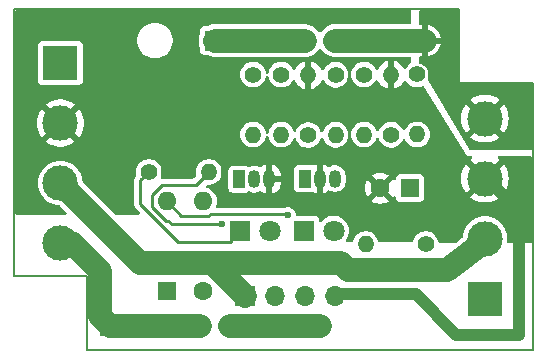
<source format=gbl>
G04 #@! TF.GenerationSoftware,KiCad,Pcbnew,7.0.1-3b83917a11~172~ubuntu20.04.1*
G04 #@! TF.CreationDate,2023-03-26T00:43:28+01:00*
G04 #@! TF.ProjectId,C64Saver2,43363453-6176-4657-9232-2e6b69636164,rev?*
G04 #@! TF.SameCoordinates,Original*
G04 #@! TF.FileFunction,Copper,L2,Bot*
G04 #@! TF.FilePolarity,Positive*
%FSLAX46Y46*%
G04 Gerber Fmt 4.6, Leading zero omitted, Abs format (unit mm)*
G04 Created by KiCad (PCBNEW 7.0.1-3b83917a11~172~ubuntu20.04.1) date 2023-03-26 00:43:28*
%MOMM*%
%LPD*%
G01*
G04 APERTURE LIST*
G04 #@! TA.AperFunction,ComponentPad*
%ADD10R,1.600000X1.600000*%
G04 #@! TD*
G04 #@! TA.AperFunction,ComponentPad*
%ADD11O,1.600000X1.600000*%
G04 #@! TD*
G04 #@! TA.AperFunction,ComponentPad*
%ADD12R,1.050000X1.500000*%
G04 #@! TD*
G04 #@! TA.AperFunction,ComponentPad*
%ADD13O,1.050000X1.500000*%
G04 #@! TD*
G04 #@! TA.AperFunction,ComponentPad*
%ADD14C,1.400000*%
G04 #@! TD*
G04 #@! TA.AperFunction,ComponentPad*
%ADD15O,1.400000X1.400000*%
G04 #@! TD*
G04 #@! TA.AperFunction,ComponentPad*
%ADD16C,1.600000*%
G04 #@! TD*
G04 #@! TA.AperFunction,ComponentPad*
%ADD17C,3.000000*%
G04 #@! TD*
G04 #@! TA.AperFunction,ComponentPad*
%ADD18R,3.000000X3.000000*%
G04 #@! TD*
G04 #@! TA.AperFunction,ComponentPad*
%ADD19O,1.700000X1.700000*%
G04 #@! TD*
G04 #@! TA.AperFunction,ComponentPad*
%ADD20R,1.700000X1.700000*%
G04 #@! TD*
G04 #@! TA.AperFunction,ComponentPad*
%ADD21C,1.800000*%
G04 #@! TD*
G04 #@! TA.AperFunction,ComponentPad*
%ADD22R,1.800000X1.800000*%
G04 #@! TD*
G04 #@! TA.AperFunction,ViaPad*
%ADD23C,0.600000*%
G04 #@! TD*
G04 #@! TA.AperFunction,Conductor*
%ADD24C,1.000000*%
G04 #@! TD*
G04 #@! TA.AperFunction,Conductor*
%ADD25C,2.000000*%
G04 #@! TD*
G04 #@! TA.AperFunction,Conductor*
%ADD26C,0.254000*%
G04 #@! TD*
G04 #@! TA.AperFunction,Profile*
%ADD27C,0.150000*%
G04 #@! TD*
G04 APERTURE END LIST*
D10*
X153416000Y-107569000D03*
D11*
X153416000Y-99949000D03*
D12*
X165100000Y-98044000D03*
D13*
X166370000Y-98044000D03*
X167640000Y-98044000D03*
D14*
X160705800Y-89245600D03*
D15*
X160705800Y-94325600D03*
D14*
X167690800Y-89255600D03*
D15*
X167690800Y-94335600D03*
D14*
X163093400Y-89245600D03*
D15*
X163093400Y-94325600D03*
D14*
X170103800Y-89245600D03*
D15*
X170103800Y-94325600D03*
D16*
X156464000Y-107569000D03*
D11*
X156464000Y-99949000D03*
D15*
X165379400Y-89281000D03*
D14*
X165379400Y-94361000D03*
D15*
X174599600Y-94310200D03*
D14*
X174599600Y-89230200D03*
D15*
X172389800Y-89255600D03*
D14*
X172389800Y-94335600D03*
D17*
X144399000Y-103505000D03*
X144399000Y-98425000D03*
X144399000Y-93345000D03*
D18*
X144399000Y-88265000D03*
D17*
X180340000Y-92964000D03*
X180340000Y-98044000D03*
X180340000Y-103124000D03*
D18*
X180340000Y-108204000D03*
D16*
X171470000Y-98856800D03*
D10*
X173970000Y-98856800D03*
D19*
X175260000Y-86360000D03*
X172720000Y-86360000D03*
X170180000Y-86360000D03*
X167640000Y-86360000D03*
X165100000Y-86360000D03*
X162560000Y-86360000D03*
X160020000Y-86360000D03*
D20*
X157480000Y-86360000D03*
D19*
X166370000Y-110490000D03*
X163830000Y-110490000D03*
X161290000Y-110490000D03*
X158750000Y-110490000D03*
X156210000Y-110490000D03*
X153670000Y-110490000D03*
X151130000Y-110490000D03*
D20*
X148590000Y-110490000D03*
D19*
X167640000Y-107950000D03*
X165100000Y-107950000D03*
X162560000Y-107950000D03*
D20*
X160020000Y-107950000D03*
D13*
X162072000Y-98094800D03*
X160802000Y-98094800D03*
D12*
X159532000Y-98094800D03*
D21*
X167538400Y-102463600D03*
D22*
X164998400Y-102463600D03*
D15*
X156946600Y-97485200D03*
D14*
X151866600Y-97485200D03*
D21*
X162153600Y-102463600D03*
D22*
X159613600Y-102463600D03*
D15*
X170230800Y-103581200D03*
D14*
X175310800Y-103581200D03*
D23*
X163646451Y-101169716D03*
X158046218Y-101912218D03*
D24*
X167640000Y-107950000D02*
X167777380Y-107812620D01*
X183261000Y-111252000D02*
X183261000Y-99949000D01*
X167777380Y-107812620D02*
X174487620Y-107812620D01*
X174487620Y-107812620D02*
X177927000Y-111252000D01*
X177927000Y-111252000D02*
X183261000Y-111252000D01*
X183261000Y-99949000D02*
X183007000Y-99695000D01*
X183007000Y-99695000D02*
X182245000Y-99695000D01*
X182245000Y-99695000D02*
X180340000Y-98044000D01*
D25*
X180594000Y-103124000D02*
X177165000Y-105800000D01*
X177165000Y-105800000D02*
X168741986Y-105800000D01*
X168741986Y-105800000D02*
X168117987Y-105176001D01*
X168117987Y-105176001D02*
X151150001Y-105176001D01*
D26*
X154326990Y-103378000D02*
X158750000Y-103378000D01*
X151166600Y-100217610D02*
X154326990Y-103378000D01*
X151166600Y-98185200D02*
X151166600Y-100217610D01*
X155879800Y-98552000D02*
X156946600Y-97485200D01*
X153035000Y-98552000D02*
X155879800Y-98552000D01*
X151866600Y-97485200D02*
X151166600Y-98185200D01*
X152146000Y-99441000D02*
X153035000Y-98552000D01*
X152146000Y-100414241D02*
X152146000Y-99441000D01*
X153331759Y-101600000D02*
X152146000Y-100414241D01*
X153543000Y-101600000D02*
X153331759Y-101600000D01*
X153855218Y-101912218D02*
X153543000Y-101600000D01*
X158046218Y-101912218D02*
X153855218Y-101912218D01*
X154643000Y-101176000D02*
X153416000Y-99949000D01*
X157101742Y-101046499D02*
X156972241Y-101176000D01*
X163646451Y-101169716D02*
X163523234Y-101046499D01*
X156972241Y-101176000D02*
X154643000Y-101176000D01*
X163523234Y-101046499D02*
X157101742Y-101046499D01*
D25*
X165100000Y-86360000D02*
X157480000Y-86360000D01*
X175260000Y-86360000D02*
X172720000Y-86360000D01*
X172720000Y-86360000D02*
X170180000Y-86360000D01*
X170180000Y-86360000D02*
X167640000Y-86360000D01*
X163830000Y-110490000D02*
X161290000Y-110490000D01*
X166370000Y-110490000D02*
X163830000Y-110490000D01*
X161290000Y-110490000D02*
X158750000Y-110490000D01*
X151150001Y-105176001D02*
X144399000Y-98425000D01*
X157246001Y-105176001D02*
X151150001Y-105176001D01*
X160020000Y-107950000D02*
X157246001Y-105176001D01*
X147760000Y-105850000D02*
X145415000Y-103505000D01*
X153670000Y-110490000D02*
X151130000Y-110490000D01*
X147760000Y-109660000D02*
X147760000Y-105850000D01*
X148590000Y-110490000D02*
X147760000Y-109660000D01*
X145415000Y-103505000D02*
X144399000Y-103505000D01*
X151130000Y-110490000D02*
X148590000Y-110490000D01*
X156210000Y-110490000D02*
X153670000Y-110490000D01*
D26*
X159613600Y-102514400D02*
X159613600Y-102463600D01*
X158750000Y-103378000D02*
X159613600Y-102514400D01*
G04 #@! TA.AperFunction,Conductor*
G36*
X178042500Y-83785381D02*
G01*
X178088619Y-83831500D01*
X178105500Y-83894500D01*
X178105500Y-89870470D01*
X178103586Y-89892350D01*
X178101875Y-89902047D01*
X178103586Y-89911746D01*
X178105128Y-89929373D01*
X178109707Y-89946467D01*
X178111418Y-89956171D01*
X178114935Y-89962262D01*
X178119452Y-89967645D01*
X178127982Y-89972570D01*
X178145972Y-89985167D01*
X178153518Y-89991499D01*
X178153519Y-89991499D01*
X178153520Y-89991500D01*
X178153521Y-89991500D01*
X178160123Y-89993903D01*
X178167047Y-89995124D01*
X178167047Y-89995123D01*
X178167048Y-89995124D01*
X178176746Y-89993413D01*
X178198625Y-89991500D01*
X184202500Y-89991500D01*
X184265500Y-90008381D01*
X184311619Y-90054500D01*
X184328500Y-90117500D01*
X184328500Y-95505000D01*
X184311619Y-95568000D01*
X184265500Y-95614119D01*
X184202500Y-95631000D01*
X179141555Y-95631000D01*
X179079333Y-95614565D01*
X179033344Y-95569547D01*
X178426681Y-94552494D01*
X179110715Y-94552494D01*
X179179321Y-94608310D01*
X179414026Y-94751036D01*
X179665989Y-94860480D01*
X179930513Y-94934596D01*
X180202645Y-94972000D01*
X180477355Y-94972000D01*
X180749486Y-94934596D01*
X181014010Y-94860480D01*
X181265970Y-94751038D01*
X181500681Y-94608307D01*
X181569283Y-94552493D01*
X181569283Y-94552492D01*
X180340001Y-93323210D01*
X180339999Y-93323210D01*
X179110715Y-94552492D01*
X179110715Y-94552494D01*
X178426681Y-94552494D01*
X177479158Y-92964000D01*
X178327308Y-92964000D01*
X178346053Y-93238056D01*
X178401945Y-93507020D01*
X178493936Y-93765860D01*
X178620318Y-94009765D01*
X178750540Y-94194248D01*
X178750541Y-94194248D01*
X179980790Y-92964001D01*
X180699210Y-92964001D01*
X181929457Y-94194247D01*
X182059683Y-94009761D01*
X182186063Y-93765860D01*
X182278054Y-93507020D01*
X182333946Y-93238056D01*
X182352691Y-92964000D01*
X182333946Y-92689943D01*
X182278054Y-92420979D01*
X182186063Y-92162139D01*
X182059683Y-91918238D01*
X181929457Y-91733750D01*
X180699210Y-92963999D01*
X180699210Y-92964001D01*
X179980790Y-92964001D01*
X179980790Y-92963999D01*
X178750541Y-91733750D01*
X178620316Y-91918240D01*
X178493936Y-92162139D01*
X178401945Y-92420979D01*
X178346053Y-92689943D01*
X178327308Y-92964000D01*
X177479158Y-92964000D01*
X176531635Y-91375505D01*
X179110714Y-91375505D01*
X180339999Y-92604790D01*
X180340000Y-92604790D01*
X181569283Y-91375504D01*
X181500678Y-91319689D01*
X181265973Y-91176963D01*
X181014010Y-91067519D01*
X180749486Y-90993403D01*
X180477355Y-90956000D01*
X180202645Y-90956000D01*
X179930513Y-90993403D01*
X179665989Y-91067519D01*
X179414026Y-91176963D01*
X179179322Y-91319689D01*
X179110715Y-91375505D01*
X179110714Y-91375505D01*
X176531635Y-91375505D01*
X175509251Y-89661509D01*
X175492393Y-89612252D01*
X175496887Y-89560388D01*
X175540289Y-89417315D01*
X175558718Y-89230200D01*
X175540289Y-89043085D01*
X175540289Y-89043084D01*
X175485710Y-88863162D01*
X175444452Y-88785976D01*
X175397077Y-88697343D01*
X175337438Y-88624672D01*
X175277799Y-88552000D01*
X175189247Y-88479329D01*
X175132457Y-88432723D01*
X175115437Y-88423625D01*
X174966642Y-88344092D01*
X174966639Y-88344091D01*
X174841420Y-88306105D01*
X174794922Y-88280265D01*
X174763231Y-88237534D01*
X174752000Y-88185533D01*
X174752000Y-87797872D01*
X174765971Y-87740205D01*
X174804785Y-87695326D01*
X174859836Y-87673188D01*
X174918914Y-87678700D01*
X174925484Y-87680955D01*
X175006000Y-87694391D01*
X175006000Y-86614000D01*
X175514000Y-86614000D01*
X175514000Y-87694391D01*
X175594514Y-87680955D01*
X175807368Y-87607883D01*
X176005302Y-87500766D01*
X176182903Y-87362533D01*
X176335321Y-87196962D01*
X176458419Y-87008548D01*
X176548822Y-86802451D01*
X176596544Y-86614000D01*
X175514000Y-86614000D01*
X175006000Y-86614000D01*
X175006000Y-85025609D01*
X175514000Y-85025609D01*
X175514000Y-86106000D01*
X176596544Y-86106000D01*
X176596544Y-86105999D01*
X176548822Y-85917548D01*
X176458419Y-85711451D01*
X176335321Y-85523037D01*
X176182903Y-85357466D01*
X176005302Y-85219233D01*
X175807368Y-85112116D01*
X175594514Y-85039044D01*
X175514000Y-85025609D01*
X175006000Y-85025609D01*
X174925484Y-85039044D01*
X174918914Y-85041300D01*
X174859836Y-85046812D01*
X174804785Y-85024674D01*
X174765971Y-84979795D01*
X174752000Y-84922128D01*
X174752000Y-83894500D01*
X174768881Y-83831500D01*
X174815000Y-83785381D01*
X174878000Y-83768500D01*
X177979500Y-83768500D01*
X178042500Y-83785381D01*
G37*
G04 #@! TD.AperFunction*
G04 #@! TA.AperFunction,Conductor*
G36*
X174054000Y-83785381D02*
G01*
X174100119Y-83831500D01*
X174117000Y-83894500D01*
X174117000Y-84852500D01*
X174100119Y-84915500D01*
X174054000Y-84961619D01*
X173991000Y-84978500D01*
X167581311Y-84978500D01*
X167405680Y-84993447D01*
X167178106Y-85052704D01*
X167178104Y-85052704D01*
X167178103Y-85052705D01*
X167081029Y-85096585D01*
X166963810Y-85149571D01*
X166768977Y-85281256D01*
X166599194Y-85443980D01*
X166469484Y-85619359D01*
X166422505Y-85658123D01*
X166362833Y-85670321D01*
X166304410Y-85653106D01*
X166260890Y-85610500D01*
X166214738Y-85535544D01*
X166059370Y-85359011D01*
X165876402Y-85211276D01*
X165671099Y-85096586D01*
X165671098Y-85096585D01*
X165671097Y-85096585D01*
X165449366Y-85018243D01*
X165449365Y-85018242D01*
X165217583Y-84978500D01*
X157421312Y-84978500D01*
X157421311Y-84978500D01*
X157245680Y-84993447D01*
X157018103Y-85052704D01*
X156875169Y-85117315D01*
X156823270Y-85128500D01*
X156593794Y-85128500D01*
X156556716Y-85133901D01*
X156519637Y-85139304D01*
X156405252Y-85195224D01*
X156315224Y-85285252D01*
X156259304Y-85399637D01*
X156248500Y-85473796D01*
X156248500Y-85703956D01*
X156235009Y-85760682D01*
X156193485Y-85843039D01*
X156124624Y-86067894D01*
X156094753Y-86301155D01*
X156104734Y-86536106D01*
X156154279Y-86765997D01*
X156239414Y-86977862D01*
X156248500Y-87024842D01*
X156248500Y-87246204D01*
X156259304Y-87320362D01*
X156315224Y-87434747D01*
X156405252Y-87524775D01*
X156405253Y-87524775D01*
X156405254Y-87524776D01*
X156519639Y-87580696D01*
X156593794Y-87591500D01*
X156818965Y-87591500D01*
X156880415Y-87607501D01*
X156908897Y-87623412D01*
X156908901Y-87623414D01*
X157130634Y-87701757D01*
X157362417Y-87741500D01*
X165158688Y-87741500D01*
X165158689Y-87741500D01*
X165334319Y-87726552D01*
X165334318Y-87726552D01*
X165561897Y-87667295D01*
X165776187Y-87570430D01*
X165971024Y-87438743D01*
X166140803Y-87276022D01*
X166270516Y-87100637D01*
X166317493Y-87061877D01*
X166377165Y-87049678D01*
X166435588Y-87066893D01*
X166479109Y-87109499D01*
X166525262Y-87184456D01*
X166680630Y-87360989D01*
X166863598Y-87508724D01*
X167068901Y-87623414D01*
X167290634Y-87701757D01*
X167522417Y-87741500D01*
X167522419Y-87741500D01*
X173991000Y-87741500D01*
X174054000Y-87758381D01*
X174100119Y-87804500D01*
X174117000Y-87867500D01*
X174117000Y-88186804D01*
X174101076Y-88248116D01*
X174057331Y-88293931D01*
X173945060Y-88363446D01*
X173796937Y-88498478D01*
X173676149Y-88658426D01*
X173672889Y-88664974D01*
X173625739Y-88716359D01*
X173558480Y-88734796D01*
X173491718Y-88714635D01*
X173445906Y-88662054D01*
X173439956Y-88649295D01*
X173318713Y-88476143D01*
X173169256Y-88326686D01*
X172996107Y-88205445D01*
X172804538Y-88116115D01*
X172643799Y-88073045D01*
X172643800Y-88073046D01*
X172643800Y-90438154D01*
X172804538Y-90395084D01*
X172996107Y-90305754D01*
X173169256Y-90184513D01*
X173318713Y-90035056D01*
X173439953Y-89861909D01*
X173458881Y-89821317D01*
X173499881Y-89772006D01*
X173559841Y-89749262D01*
X173623230Y-89758976D01*
X173673627Y-89798633D01*
X173687781Y-89817376D01*
X173796938Y-89961923D01*
X173945059Y-90096953D01*
X174021473Y-90144266D01*
X174115471Y-90202468D01*
X174302360Y-90274869D01*
X174302361Y-90274869D01*
X174302366Y-90274871D01*
X174499384Y-90311700D01*
X174699814Y-90311700D01*
X174699816Y-90311700D01*
X174896834Y-90274871D01*
X175043623Y-90218003D01*
X175100840Y-90210040D01*
X175155599Y-90228448D01*
X175196387Y-90269359D01*
X178816000Y-96139000D01*
X179158308Y-96139000D01*
X179220810Y-96155595D01*
X179266849Y-96201009D01*
X179284296Y-96263279D01*
X179268557Y-96326002D01*
X179223776Y-96372657D01*
X179179319Y-96399691D01*
X179110715Y-96455505D01*
X179110714Y-96455505D01*
X180339999Y-97684790D01*
X180340000Y-97684790D01*
X181569283Y-96455504D01*
X181500678Y-96399689D01*
X181456225Y-96372657D01*
X181411444Y-96326003D01*
X181395704Y-96263279D01*
X181413151Y-96201009D01*
X181459189Y-96155595D01*
X181521692Y-96139000D01*
X184202500Y-96139000D01*
X184265500Y-96155881D01*
X184311619Y-96202000D01*
X184328500Y-96265000D01*
X184328500Y-103376362D01*
X184311524Y-103439527D01*
X184265171Y-103485671D01*
X184201930Y-103502361D01*
X182334612Y-103493912D01*
X182269279Y-103475304D01*
X182223102Y-103425480D01*
X182209503Y-103358926D01*
X182226306Y-103124000D01*
X182207106Y-102855551D01*
X182176411Y-102714447D01*
X182149899Y-102592573D01*
X182149897Y-102592569D01*
X182149897Y-102592566D01*
X182055844Y-102340400D01*
X181926862Y-102104186D01*
X181866555Y-102023626D01*
X181765573Y-101888729D01*
X181575270Y-101698426D01*
X181359816Y-101537139D01*
X181251814Y-101478166D01*
X181123600Y-101408156D01*
X180871434Y-101314103D01*
X180871426Y-101314100D01*
X180608453Y-101256894D01*
X180340000Y-101237693D01*
X180071546Y-101256894D01*
X179808573Y-101314100D01*
X179656001Y-101371006D01*
X179556400Y-101408156D01*
X179556398Y-101408156D01*
X179556398Y-101408157D01*
X179320183Y-101537139D01*
X179104729Y-101698426D01*
X178914426Y-101888729D01*
X178753139Y-102104183D01*
X178624157Y-102340398D01*
X178530100Y-102592573D01*
X178472894Y-102855546D01*
X178463908Y-102981171D01*
X178449417Y-103031454D01*
X178415748Y-103071513D01*
X177934626Y-103446982D01*
X177897826Y-103466889D01*
X177856537Y-103473649D01*
X176497454Y-103467499D01*
X176445016Y-103455807D01*
X176402215Y-103423333D01*
X176376834Y-103375981D01*
X176368378Y-103346262D01*
X176323589Y-103188844D01*
X176323588Y-103188841D01*
X176234250Y-103009426D01*
X176154313Y-102903573D01*
X176113462Y-102849477D01*
X175965341Y-102714447D01*
X175920980Y-102686980D01*
X175794928Y-102608931D01*
X175608039Y-102536530D01*
X175582923Y-102531835D01*
X175411016Y-102499700D01*
X175210584Y-102499700D01*
X175061913Y-102527491D01*
X175013560Y-102536530D01*
X174826671Y-102608931D01*
X174656260Y-102714446D01*
X174508137Y-102849478D01*
X174387349Y-103009426D01*
X174298011Y-103188840D01*
X174247818Y-103365251D01*
X174222189Y-103412891D01*
X174178945Y-103445394D01*
X174126058Y-103456768D01*
X171410905Y-103444482D01*
X171358467Y-103432790D01*
X171315666Y-103400316D01*
X171290285Y-103352964D01*
X171288378Y-103346262D01*
X171243589Y-103188844D01*
X171243588Y-103188841D01*
X171154250Y-103009426D01*
X171074313Y-102903573D01*
X171033462Y-102849477D01*
X170885341Y-102714447D01*
X170840980Y-102686980D01*
X170714928Y-102608931D01*
X170528039Y-102536530D01*
X170502923Y-102531835D01*
X170331016Y-102499700D01*
X170130584Y-102499700D01*
X169981913Y-102527491D01*
X169933560Y-102536530D01*
X169746671Y-102608931D01*
X169576260Y-102714446D01*
X169428137Y-102849478D01*
X169307349Y-103009426D01*
X169218011Y-103188840D01*
X169174350Y-103342294D01*
X169148721Y-103389934D01*
X169105477Y-103422437D01*
X169052590Y-103433811D01*
X168666170Y-103432063D01*
X168601009Y-103413560D01*
X168554845Y-103363991D01*
X168541019Y-103297680D01*
X168563525Y-103233795D01*
X168652451Y-103106798D01*
X168747216Y-102903573D01*
X168805252Y-102686980D01*
X168824795Y-102463600D01*
X168805252Y-102240220D01*
X168747216Y-102023627D01*
X168652451Y-101820403D01*
X168646293Y-101811609D01*
X168523833Y-101636717D01*
X168365282Y-101478166D01*
X168181598Y-101349549D01*
X167978373Y-101254783D01*
X167761780Y-101196748D01*
X167538400Y-101177205D01*
X167315019Y-101196748D01*
X167098427Y-101254783D01*
X166895201Y-101349549D01*
X166711517Y-101478166D01*
X166552966Y-101636717D01*
X166509113Y-101699347D01*
X166461135Y-101740324D01*
X166399306Y-101752903D01*
X166339130Y-101733930D01*
X166295698Y-101688162D01*
X166279900Y-101627076D01*
X166279900Y-101527396D01*
X166279900Y-101527394D01*
X166269096Y-101453239D01*
X166213176Y-101338854D01*
X166213175Y-101338853D01*
X166213175Y-101338852D01*
X166123147Y-101248824D01*
X166008762Y-101192904D01*
X165984042Y-101189302D01*
X165934606Y-101182100D01*
X165934604Y-101182100D01*
X164446086Y-101182100D01*
X164387531Y-101167668D01*
X164342390Y-101127677D01*
X164321005Y-101071289D01*
X164313007Y-101005425D01*
X164254321Y-100850681D01*
X164160307Y-100714479D01*
X164036429Y-100604732D01*
X163934916Y-100551455D01*
X163889889Y-100527823D01*
X163729200Y-100488216D01*
X163563702Y-100488216D01*
X163403013Y-100527823D01*
X163403010Y-100527824D01*
X163388159Y-100531485D01*
X163387634Y-100529356D01*
X163352569Y-100537999D01*
X157691660Y-100537999D01*
X157635497Y-100524790D01*
X157591110Y-100487931D01*
X157567805Y-100435151D01*
X157570470Y-100377517D01*
X157591741Y-100302758D01*
X157630359Y-100167030D01*
X157650562Y-99949000D01*
X157650089Y-99943900D01*
X170742110Y-99943900D01*
X170813497Y-99993885D01*
X171020929Y-100090613D01*
X171242000Y-100149848D01*
X171470000Y-100169795D01*
X171697999Y-100149848D01*
X171919070Y-100090613D01*
X172126498Y-99993887D01*
X172197888Y-99943899D01*
X172197888Y-99943897D01*
X171470001Y-99216010D01*
X171470000Y-99216010D01*
X170742110Y-99943898D01*
X170742110Y-99943900D01*
X157650089Y-99943900D01*
X157630359Y-99730970D01*
X157570436Y-99520364D01*
X157472835Y-99324356D01*
X157340880Y-99149618D01*
X157179063Y-99002103D01*
X157088105Y-98945784D01*
X156992897Y-98886833D01*
X156977850Y-98881004D01*
X158625500Y-98881004D01*
X158636304Y-98955162D01*
X158692224Y-99069547D01*
X158782252Y-99159575D01*
X158782253Y-99159575D01*
X158782254Y-99159576D01*
X158896639Y-99215496D01*
X158970794Y-99226300D01*
X160093204Y-99226300D01*
X160093206Y-99226300D01*
X160167361Y-99215496D01*
X160281746Y-99159576D01*
X160281747Y-99159574D01*
X160294423Y-99153378D01*
X160317149Y-99138335D01*
X160366551Y-99129177D01*
X160415601Y-99140051D01*
X160470954Y-99164696D01*
X160520328Y-99186679D01*
X160520333Y-99186681D01*
X160706723Y-99226300D01*
X160897275Y-99226300D01*
X160897277Y-99226300D01*
X161083667Y-99186681D01*
X161257746Y-99109176D01*
X161257748Y-99109174D01*
X161269844Y-99103789D01*
X161269936Y-99103997D01*
X161307669Y-99087638D01*
X161362459Y-99089251D01*
X161411379Y-99113975D01*
X161495319Y-99182864D01*
X161674776Y-99278785D01*
X161817999Y-99322232D01*
X161818000Y-99322232D01*
X161818000Y-98348800D01*
X162326000Y-98348800D01*
X162326000Y-99322232D01*
X162469223Y-99278785D01*
X162648681Y-99182864D01*
X162805975Y-99053775D01*
X162935064Y-98896481D01*
X162970488Y-98830206D01*
X164193500Y-98830206D01*
X164197375Y-98856800D01*
X164204304Y-98904362D01*
X164260224Y-99018747D01*
X164350252Y-99108775D01*
X164350253Y-99108775D01*
X164350254Y-99108776D01*
X164464639Y-99164696D01*
X164538794Y-99175500D01*
X165661204Y-99175500D01*
X165661206Y-99175500D01*
X165735361Y-99164696D01*
X165739617Y-99162614D01*
X165797234Y-99149831D01*
X165854355Y-99164688D01*
X165972776Y-99227985D01*
X166115999Y-99271432D01*
X166116000Y-99271432D01*
X166116000Y-96816568D01*
X166115999Y-96816567D01*
X166624000Y-96816567D01*
X166624000Y-99271432D01*
X166767223Y-99227985D01*
X166946680Y-99132064D01*
X167030620Y-99063176D01*
X167079538Y-99038452D01*
X167134325Y-99036838D01*
X167172062Y-99053196D01*
X167172155Y-99052989D01*
X167184250Y-99058374D01*
X167184253Y-99058376D01*
X167358333Y-99135881D01*
X167544723Y-99175500D01*
X167735275Y-99175500D01*
X167735277Y-99175500D01*
X167921667Y-99135881D01*
X168095746Y-99058376D01*
X168249908Y-98946371D01*
X168330558Y-98856800D01*
X170157004Y-98856800D01*
X170176951Y-99084799D01*
X170236186Y-99305870D01*
X170332912Y-99513297D01*
X170382900Y-99584687D01*
X171110789Y-98856801D01*
X171829210Y-98856801D01*
X172557097Y-99584688D01*
X172557099Y-99584688D01*
X172559287Y-99581564D01*
X172607266Y-99540587D01*
X172669095Y-99528008D01*
X172729270Y-99546981D01*
X172772702Y-99592749D01*
X172788500Y-99653835D01*
X172788500Y-99693004D01*
X172799304Y-99767162D01*
X172855224Y-99881547D01*
X172945252Y-99971575D01*
X172945253Y-99971575D01*
X172945254Y-99971576D01*
X173059639Y-100027496D01*
X173133794Y-100038300D01*
X174806204Y-100038300D01*
X174806206Y-100038300D01*
X174880361Y-100027496D01*
X174994746Y-99971576D01*
X175084776Y-99881546D01*
X175140696Y-99767161D01*
X175151500Y-99693006D01*
X175151500Y-99632494D01*
X179110715Y-99632494D01*
X179179321Y-99688310D01*
X179414026Y-99831036D01*
X179665989Y-99940480D01*
X179930513Y-100014596D01*
X180202645Y-100052000D01*
X180477355Y-100052000D01*
X180749486Y-100014596D01*
X181014010Y-99940480D01*
X181265970Y-99831038D01*
X181500681Y-99688307D01*
X181569283Y-99632493D01*
X181569283Y-99632492D01*
X180340001Y-98403210D01*
X180339999Y-98403210D01*
X179110715Y-99632492D01*
X179110715Y-99632494D01*
X175151500Y-99632494D01*
X175151500Y-98044000D01*
X178327308Y-98044000D01*
X178346053Y-98318056D01*
X178401945Y-98587020D01*
X178493936Y-98845860D01*
X178620318Y-99089765D01*
X178750540Y-99274248D01*
X178750541Y-99274248D01*
X179980790Y-98044001D01*
X180699210Y-98044001D01*
X181929457Y-99274247D01*
X182059683Y-99089761D01*
X182186063Y-98845860D01*
X182278054Y-98587020D01*
X182333946Y-98318056D01*
X182352691Y-98044000D01*
X182333946Y-97769943D01*
X182278054Y-97500979D01*
X182186063Y-97242139D01*
X182059683Y-96998238D01*
X181929457Y-96813750D01*
X180699210Y-98043999D01*
X180699210Y-98044001D01*
X179980790Y-98044001D01*
X179980790Y-98043999D01*
X178750541Y-96813750D01*
X178620316Y-96998240D01*
X178493936Y-97242139D01*
X178401945Y-97500979D01*
X178346053Y-97769943D01*
X178327308Y-98044000D01*
X175151500Y-98044000D01*
X175151500Y-98020594D01*
X175140696Y-97946439D01*
X175084776Y-97832054D01*
X175084775Y-97832053D01*
X175084775Y-97832052D01*
X174994747Y-97742024D01*
X174880362Y-97686104D01*
X174855642Y-97682502D01*
X174806206Y-97675300D01*
X173133794Y-97675300D01*
X173099544Y-97680290D01*
X173059637Y-97686104D01*
X172945252Y-97742024D01*
X172855224Y-97832052D01*
X172799304Y-97946437D01*
X172788500Y-98020596D01*
X172788500Y-98059764D01*
X172772702Y-98120850D01*
X172729270Y-98166618D01*
X172669094Y-98185591D01*
X172607265Y-98173012D01*
X172559286Y-98132034D01*
X172557098Y-98128910D01*
X171829210Y-98856800D01*
X171829210Y-98856801D01*
X171110789Y-98856801D01*
X171110790Y-98856800D01*
X171110790Y-98856799D01*
X170382900Y-98128909D01*
X170332913Y-98200299D01*
X170236186Y-98407729D01*
X170176951Y-98628800D01*
X170157004Y-98856800D01*
X168330558Y-98856800D01*
X168377413Y-98804762D01*
X168472690Y-98639738D01*
X168531575Y-98458510D01*
X168546500Y-98316506D01*
X168546500Y-97771494D01*
X168546311Y-97769700D01*
X170742109Y-97769700D01*
X171469999Y-98497590D01*
X171470000Y-98497590D01*
X172197888Y-97769699D01*
X172126497Y-97719712D01*
X171919070Y-97622986D01*
X171697999Y-97563751D01*
X171470000Y-97543804D01*
X171242000Y-97563751D01*
X171020929Y-97622986D01*
X170813499Y-97719713D01*
X170742109Y-97769700D01*
X168546311Y-97769700D01*
X168531575Y-97629490D01*
X168472690Y-97448262D01*
X168472690Y-97448261D01*
X168377412Y-97283236D01*
X168249909Y-97141630D01*
X168220212Y-97120054D01*
X168095747Y-97029624D01*
X167921667Y-96952119D01*
X167735277Y-96912500D01*
X167544723Y-96912500D01*
X167423966Y-96938168D01*
X167358332Y-96952119D01*
X167333220Y-96963300D01*
X167184254Y-97029624D01*
X167184250Y-97029626D01*
X167172157Y-97035011D01*
X167172064Y-97034803D01*
X167134322Y-97051163D01*
X167079537Y-97049547D01*
X167030621Y-97024824D01*
X166946680Y-96955935D01*
X166767223Y-96860014D01*
X166624000Y-96816567D01*
X166115999Y-96816567D01*
X165972774Y-96860014D01*
X165854354Y-96923311D01*
X165797237Y-96938168D01*
X165739620Y-96925386D01*
X165735361Y-96923304D01*
X165661206Y-96912500D01*
X164538794Y-96912500D01*
X164501716Y-96917901D01*
X164464637Y-96923304D01*
X164350252Y-96979224D01*
X164260224Y-97069252D01*
X164204304Y-97183637D01*
X164203416Y-97189732D01*
X164193500Y-97257794D01*
X164193500Y-98830206D01*
X162970488Y-98830206D01*
X163030985Y-98717023D01*
X163090053Y-98522303D01*
X163105000Y-98370548D01*
X163105000Y-98348800D01*
X162326000Y-98348800D01*
X161818000Y-98348800D01*
X161818000Y-96867368D01*
X161817999Y-96867367D01*
X162326000Y-96867367D01*
X162326000Y-97840800D01*
X163105000Y-97840800D01*
X163105000Y-97819052D01*
X163090053Y-97667296D01*
X163030985Y-97472576D01*
X162935064Y-97293118D01*
X162805975Y-97135824D01*
X162648681Y-97006735D01*
X162469223Y-96910814D01*
X162326000Y-96867367D01*
X161817999Y-96867367D01*
X161674776Y-96910814D01*
X161495319Y-97006735D01*
X161411378Y-97075624D01*
X161362461Y-97100347D01*
X161307675Y-97101962D01*
X161269937Y-97085602D01*
X161269845Y-97085811D01*
X161257749Y-97080425D01*
X161257747Y-97080424D01*
X161083667Y-97002919D01*
X160897277Y-96963300D01*
X160706723Y-96963300D01*
X160631808Y-96979224D01*
X160520332Y-97002919D01*
X160415603Y-97049548D01*
X160366553Y-97060422D01*
X160317154Y-97051266D01*
X160294426Y-97036222D01*
X160167362Y-96974104D01*
X160142642Y-96970502D01*
X160093206Y-96963300D01*
X158970794Y-96963300D01*
X158933716Y-96968702D01*
X158896637Y-96974104D01*
X158782252Y-97030024D01*
X158692224Y-97120052D01*
X158636304Y-97234437D01*
X158625500Y-97308596D01*
X158625500Y-98881004D01*
X156977850Y-98881004D01*
X156912176Y-98855562D01*
X156795059Y-98810190D01*
X156740027Y-98768632D01*
X156715115Y-98704326D01*
X156727786Y-98636537D01*
X156774246Y-98585573D01*
X156840577Y-98566700D01*
X157046814Y-98566700D01*
X157046816Y-98566700D01*
X157243834Y-98529871D01*
X157296908Y-98509310D01*
X157430728Y-98457468D01*
X157448312Y-98446580D01*
X157601141Y-98351953D01*
X157749262Y-98216923D01*
X157870049Y-98056975D01*
X157878711Y-98039580D01*
X157959388Y-97877559D01*
X157959389Y-97877556D01*
X158014240Y-97684776D01*
X158032733Y-97485200D01*
X158014240Y-97285624D01*
X157959389Y-97092844D01*
X157959388Y-97092840D01*
X157870050Y-96913426D01*
X157829715Y-96860014D01*
X157749262Y-96753477D01*
X157601141Y-96618447D01*
X157571724Y-96600233D01*
X157430728Y-96512931D01*
X157243839Y-96440530D01*
X157243834Y-96440529D01*
X157046816Y-96403700D01*
X156846384Y-96403700D01*
X156697713Y-96431491D01*
X156649360Y-96440530D01*
X156462471Y-96512931D01*
X156292060Y-96618446D01*
X156143937Y-96753478D01*
X156023149Y-96913426D01*
X155933811Y-97092840D01*
X155878960Y-97285621D01*
X155876831Y-97308596D01*
X155860467Y-97485200D01*
X155861929Y-97500979D01*
X155878960Y-97684777D01*
X155891686Y-97729505D01*
X155892449Y-97795658D01*
X155859591Y-97853079D01*
X155706077Y-98006595D01*
X155665199Y-98033909D01*
X155616981Y-98043500D01*
X153103216Y-98043500D01*
X153076436Y-98040621D01*
X153071650Y-98039580D01*
X153071649Y-98039580D01*
X153021325Y-98043179D01*
X153012339Y-98043500D01*
X152999025Y-98043500D01*
X152942862Y-98030291D01*
X152898475Y-97993432D01*
X152875170Y-97940652D01*
X152877835Y-97883018D01*
X152890509Y-97838472D01*
X152934240Y-97684776D01*
X152952733Y-97485200D01*
X152934240Y-97285624D01*
X152879389Y-97092844D01*
X152879388Y-97092840D01*
X152790050Y-96913426D01*
X152749715Y-96860014D01*
X152669262Y-96753477D01*
X152521141Y-96618447D01*
X152491724Y-96600233D01*
X152350728Y-96512931D01*
X152163839Y-96440530D01*
X152163834Y-96440529D01*
X151966816Y-96403700D01*
X151766384Y-96403700D01*
X151617713Y-96431491D01*
X151569360Y-96440530D01*
X151382471Y-96512931D01*
X151212060Y-96618446D01*
X151063937Y-96753478D01*
X150943149Y-96913426D01*
X150853811Y-97092840D01*
X150798960Y-97285621D01*
X150796831Y-97308596D01*
X150780467Y-97485200D01*
X150798960Y-97684776D01*
X150798961Y-97684778D01*
X150798961Y-97684779D01*
X150811686Y-97729504D01*
X150812452Y-97795652D01*
X150785310Y-97843091D01*
X150786717Y-97844144D01*
X150781322Y-97851349D01*
X150781320Y-97851352D01*
X150773104Y-97862327D01*
X150767465Y-97869323D01*
X150734423Y-97907457D01*
X150732386Y-97911917D01*
X150718650Y-97935069D01*
X150715710Y-97938996D01*
X150698075Y-97986273D01*
X150694637Y-97994574D01*
X150673680Y-98040467D01*
X150672982Y-98045321D01*
X150666325Y-98071398D01*
X150664610Y-98075994D01*
X150661010Y-98126332D01*
X150660050Y-98135265D01*
X150658100Y-98148834D01*
X150658100Y-98162539D01*
X150657779Y-98171525D01*
X150654533Y-98216921D01*
X150654180Y-98221850D01*
X150655221Y-98226636D01*
X150658100Y-98253416D01*
X150658100Y-100149394D01*
X150655221Y-100176174D01*
X150654180Y-100180959D01*
X150657779Y-100231283D01*
X150658100Y-100240271D01*
X150658100Y-100253977D01*
X150660050Y-100267546D01*
X150661010Y-100276478D01*
X150664611Y-100326813D01*
X150666324Y-100331405D01*
X150672983Y-100357494D01*
X150673680Y-100362341D01*
X150673680Y-100362342D01*
X150673681Y-100362344D01*
X150689882Y-100397820D01*
X150694636Y-100408230D01*
X150698076Y-100416535D01*
X150715712Y-100463817D01*
X150718646Y-100467736D01*
X150732389Y-100490899D01*
X150734422Y-100495352D01*
X150767457Y-100533475D01*
X150773101Y-100540479D01*
X150781317Y-100551455D01*
X150781319Y-100551457D01*
X150781320Y-100551458D01*
X150791022Y-100561160D01*
X150797138Y-100567729D01*
X150830179Y-100605860D01*
X150834296Y-100608506D01*
X150855270Y-100625408D01*
X151106767Y-100876905D01*
X151137505Y-100927064D01*
X151142121Y-100985711D01*
X151119608Y-101040061D01*
X151074875Y-101078267D01*
X151017672Y-101092000D01*
X149071926Y-101092000D01*
X149023708Y-101082409D01*
X148982831Y-101055095D01*
X146313342Y-98385606D01*
X146287823Y-98348853D01*
X146276758Y-98305501D01*
X146266106Y-98156551D01*
X146208897Y-97893566D01*
X146114844Y-97641400D01*
X145985862Y-97405186D01*
X145894571Y-97283236D01*
X145824573Y-97189729D01*
X145634270Y-96999426D01*
X145418816Y-96838139D01*
X145378983Y-96816389D01*
X145182600Y-96709156D01*
X144930434Y-96615103D01*
X144930426Y-96615100D01*
X144667453Y-96557894D01*
X144399000Y-96538693D01*
X144130546Y-96557894D01*
X143867573Y-96615100D01*
X143715001Y-96672006D01*
X143615400Y-96709156D01*
X143615398Y-96709156D01*
X143615398Y-96709157D01*
X143379183Y-96838139D01*
X143163729Y-96999426D01*
X142973426Y-97189729D01*
X142812139Y-97405183D01*
X142768447Y-97485200D01*
X142683156Y-97641400D01*
X142666482Y-97686104D01*
X142589100Y-97893573D01*
X142531894Y-98156546D01*
X142512693Y-98425000D01*
X142531894Y-98693453D01*
X142589100Y-98956426D01*
X142589103Y-98956434D01*
X142683156Y-99208600D01*
X142746363Y-99324355D01*
X142812139Y-99444816D01*
X142973426Y-99660270D01*
X143163729Y-99850573D01*
X143355171Y-99993885D01*
X143379186Y-100011862D01*
X143615400Y-100140844D01*
X143867566Y-100234897D01*
X144130551Y-100292106D01*
X144279501Y-100302758D01*
X144322853Y-100313823D01*
X144359606Y-100339342D01*
X144897169Y-100876905D01*
X144927907Y-100927064D01*
X144932523Y-100985711D01*
X144910010Y-101040061D01*
X144865277Y-101078267D01*
X144808074Y-101092000D01*
X140663500Y-101092000D01*
X140600500Y-101075119D01*
X140554381Y-101029000D01*
X140537500Y-100966000D01*
X140537500Y-94933494D01*
X143169715Y-94933494D01*
X143238321Y-94989310D01*
X143473026Y-95132036D01*
X143724989Y-95241480D01*
X143989513Y-95315596D01*
X144261645Y-95353000D01*
X144536355Y-95353000D01*
X144808486Y-95315596D01*
X145073010Y-95241480D01*
X145324970Y-95132038D01*
X145559681Y-94989307D01*
X145628283Y-94933493D01*
X145628283Y-94933492D01*
X144399001Y-93704210D01*
X144398999Y-93704210D01*
X143169715Y-94933492D01*
X143169715Y-94933494D01*
X140537500Y-94933494D01*
X140537500Y-93345000D01*
X142386308Y-93345000D01*
X142405053Y-93619056D01*
X142460945Y-93888020D01*
X142552936Y-94146860D01*
X142679318Y-94390765D01*
X142809540Y-94575248D01*
X142809541Y-94575248D01*
X144039790Y-93345001D01*
X144758210Y-93345001D01*
X145988457Y-94575247D01*
X146118683Y-94390761D01*
X146152447Y-94325600D01*
X159619667Y-94325600D01*
X159638160Y-94525178D01*
X159693011Y-94717959D01*
X159782349Y-94897373D01*
X159789904Y-94907377D01*
X159903138Y-95057323D01*
X160051259Y-95192353D01*
X160067410Y-95202353D01*
X160221671Y-95297868D01*
X160408560Y-95370269D01*
X160408561Y-95370269D01*
X160408566Y-95370271D01*
X160605584Y-95407100D01*
X160806014Y-95407100D01*
X160806016Y-95407100D01*
X161003034Y-95370271D01*
X161042791Y-95354869D01*
X161189928Y-95297868D01*
X161214803Y-95282466D01*
X161360341Y-95192353D01*
X161508462Y-95057323D01*
X161629249Y-94897375D01*
X161699254Y-94756786D01*
X161718588Y-94717959D01*
X161741959Y-94635818D01*
X161773440Y-94525176D01*
X161774137Y-94517644D01*
X161794566Y-94459674D01*
X161839990Y-94418265D01*
X161899600Y-94403272D01*
X161959210Y-94418265D01*
X162004634Y-94459674D01*
X162025062Y-94517644D01*
X162025604Y-94523503D01*
X162025760Y-94525178D01*
X162080611Y-94717959D01*
X162169949Y-94897373D01*
X162177504Y-94907377D01*
X162290738Y-95057323D01*
X162438859Y-95192353D01*
X162455010Y-95202353D01*
X162609271Y-95297868D01*
X162796160Y-95370269D01*
X162796161Y-95370269D01*
X162796166Y-95370271D01*
X162993184Y-95407100D01*
X163193614Y-95407100D01*
X163193616Y-95407100D01*
X163390634Y-95370271D01*
X163430391Y-95354869D01*
X163577528Y-95297868D01*
X163602403Y-95282466D01*
X163747941Y-95192353D01*
X163896062Y-95057323D01*
X164016849Y-94897375D01*
X164086854Y-94756786D01*
X164106188Y-94717959D01*
X164109641Y-94705822D01*
X164110172Y-94703954D01*
X164143092Y-94648521D01*
X164199124Y-94616627D01*
X164263596Y-94616626D01*
X164319630Y-94648517D01*
X164352553Y-94703950D01*
X164366612Y-94753360D01*
X164455949Y-94932773D01*
X164498642Y-94989307D01*
X164576738Y-95092723D01*
X164724859Y-95227753D01*
X164801273Y-95275066D01*
X164895271Y-95333268D01*
X165082160Y-95405669D01*
X165082161Y-95405669D01*
X165082166Y-95405671D01*
X165279184Y-95442500D01*
X165479614Y-95442500D01*
X165479616Y-95442500D01*
X165676634Y-95405671D01*
X165712697Y-95391700D01*
X165863528Y-95333268D01*
X165904550Y-95307868D01*
X166033941Y-95227753D01*
X166182062Y-95092723D01*
X166302849Y-94932775D01*
X166392189Y-94753356D01*
X166417523Y-94664315D01*
X166450444Y-94608883D01*
X166506476Y-94576991D01*
X166570949Y-94576990D01*
X166626981Y-94608882D01*
X166659903Y-94664315D01*
X166678011Y-94727959D01*
X166767349Y-94907373D01*
X166787074Y-94933493D01*
X166888138Y-95067323D01*
X167036259Y-95202353D01*
X167077282Y-95227753D01*
X167206671Y-95307868D01*
X167393560Y-95380269D01*
X167393561Y-95380269D01*
X167393566Y-95380271D01*
X167590584Y-95417100D01*
X167791014Y-95417100D01*
X167791016Y-95417100D01*
X167988034Y-95380271D01*
X168013852Y-95370269D01*
X168174928Y-95307868D01*
X168215950Y-95282468D01*
X168345341Y-95202353D01*
X168493462Y-95067323D01*
X168614249Y-94907375D01*
X168642666Y-94850306D01*
X168703588Y-94727959D01*
X168709887Y-94705821D01*
X168758440Y-94535176D01*
X168772301Y-94385588D01*
X168791215Y-94331914D01*
X168790288Y-94329284D01*
X169003383Y-94329284D01*
X169023225Y-94385591D01*
X169036159Y-94525173D01*
X169091011Y-94717959D01*
X169180349Y-94897373D01*
X169187904Y-94907377D01*
X169301138Y-95057323D01*
X169449259Y-95192353D01*
X169465410Y-95202353D01*
X169619671Y-95297868D01*
X169806560Y-95370269D01*
X169806561Y-95370269D01*
X169806566Y-95370271D01*
X170003584Y-95407100D01*
X170204014Y-95407100D01*
X170204016Y-95407100D01*
X170401034Y-95370271D01*
X170440791Y-95354869D01*
X170587928Y-95297868D01*
X170612803Y-95282466D01*
X170758341Y-95192353D01*
X170906462Y-95057323D01*
X171027249Y-94897375D01*
X171097254Y-94756786D01*
X171116589Y-94717957D01*
X171124187Y-94691253D01*
X171157108Y-94635819D01*
X171213140Y-94603927D01*
X171277612Y-94603926D01*
X171333645Y-94635818D01*
X171366567Y-94691251D01*
X171377011Y-94727959D01*
X171466349Y-94907373D01*
X171486074Y-94933493D01*
X171587138Y-95067323D01*
X171735259Y-95202353D01*
X171776282Y-95227753D01*
X171905671Y-95307868D01*
X172092560Y-95380269D01*
X172092561Y-95380269D01*
X172092566Y-95380271D01*
X172289584Y-95417100D01*
X172490014Y-95417100D01*
X172490016Y-95417100D01*
X172687034Y-95380271D01*
X172712852Y-95370269D01*
X172873928Y-95307868D01*
X172914950Y-95282468D01*
X173044341Y-95202353D01*
X173192462Y-95067323D01*
X173313249Y-94907375D01*
X173388235Y-94756782D01*
X173434692Y-94705822D01*
X173501022Y-94686949D01*
X173567353Y-94705821D01*
X173613813Y-94756785D01*
X173650821Y-94831106D01*
X173676151Y-94881975D01*
X173796938Y-95041923D01*
X173945059Y-95176953D01*
X173986082Y-95202353D01*
X174115471Y-95282468D01*
X174302360Y-95354869D01*
X174302361Y-95354869D01*
X174302366Y-95354871D01*
X174499384Y-95391700D01*
X174699814Y-95391700D01*
X174699816Y-95391700D01*
X174896834Y-95354871D01*
X174909904Y-95349807D01*
X175083728Y-95282468D01*
X175101312Y-95271580D01*
X175254141Y-95176953D01*
X175402262Y-95041923D01*
X175523049Y-94881975D01*
X175548379Y-94831106D01*
X175612388Y-94702559D01*
X175615605Y-94691253D01*
X175667240Y-94509776D01*
X175685733Y-94310200D01*
X175667240Y-94110624D01*
X175619615Y-93943240D01*
X175612388Y-93917840D01*
X175523050Y-93738426D01*
X175440624Y-93629277D01*
X175402262Y-93578477D01*
X175254141Y-93443447D01*
X175224724Y-93425233D01*
X175083728Y-93337931D01*
X174896839Y-93265530D01*
X174896834Y-93265529D01*
X174699816Y-93228700D01*
X174499384Y-93228700D01*
X174363506Y-93254100D01*
X174302360Y-93265530D01*
X174115471Y-93337931D01*
X173945060Y-93443446D01*
X173796937Y-93578478D01*
X173676149Y-93738426D01*
X173601166Y-93889013D01*
X173554706Y-93939977D01*
X173488376Y-93958850D01*
X173422046Y-93939977D01*
X173375586Y-93889013D01*
X173313250Y-93763826D01*
X173268230Y-93704210D01*
X173192462Y-93603877D01*
X173044341Y-93468847D01*
X173014924Y-93450633D01*
X172873928Y-93363331D01*
X172687039Y-93290930D01*
X172687034Y-93290929D01*
X172490016Y-93254100D01*
X172289584Y-93254100D01*
X172153706Y-93279500D01*
X172092560Y-93290930D01*
X171905671Y-93363331D01*
X171735260Y-93468846D01*
X171735258Y-93468847D01*
X171735259Y-93468847D01*
X171598108Y-93593877D01*
X171587137Y-93603878D01*
X171466349Y-93763826D01*
X171377010Y-93943243D01*
X171369411Y-93969950D01*
X171336489Y-94025382D01*
X171280456Y-94057273D01*
X171215984Y-94057272D01*
X171159953Y-94025380D01*
X171127032Y-93969947D01*
X171116588Y-93933241D01*
X171027250Y-93753826D01*
X170997676Y-93714664D01*
X170906462Y-93593877D01*
X170758341Y-93458847D01*
X170728924Y-93440633D01*
X170587928Y-93353331D01*
X170401039Y-93280930D01*
X170401034Y-93280929D01*
X170204016Y-93244100D01*
X170003584Y-93244100D01*
X169854913Y-93271891D01*
X169806560Y-93280930D01*
X169619671Y-93353331D01*
X169449260Y-93458846D01*
X169301137Y-93593878D01*
X169180349Y-93753826D01*
X169091011Y-93933240D01*
X169036159Y-94126026D01*
X169022298Y-94275608D01*
X169003383Y-94329284D01*
X168790288Y-94329284D01*
X168771374Y-94275610D01*
X168758440Y-94136024D01*
X168714801Y-93982649D01*
X168703588Y-93943240D01*
X168614250Y-93763826D01*
X168569230Y-93704210D01*
X168493462Y-93603877D01*
X168345341Y-93468847D01*
X168315924Y-93450633D01*
X168174928Y-93363331D01*
X167988039Y-93290930D01*
X167988034Y-93290929D01*
X167791016Y-93254100D01*
X167590584Y-93254100D01*
X167454706Y-93279500D01*
X167393560Y-93290930D01*
X167206671Y-93363331D01*
X167036260Y-93468846D01*
X167036258Y-93468847D01*
X167036259Y-93468847D01*
X166899108Y-93593877D01*
X166888137Y-93603878D01*
X166767349Y-93763826D01*
X166678011Y-93943240D01*
X166652676Y-94032284D01*
X166619754Y-94087717D01*
X166563721Y-94119609D01*
X166499249Y-94119608D01*
X166443217Y-94087716D01*
X166410296Y-94032283D01*
X166396174Y-93982649D01*
X166392189Y-93968644D01*
X166392187Y-93968639D01*
X166302850Y-93789226D01*
X166264487Y-93738425D01*
X166182062Y-93629277D01*
X166033941Y-93494247D01*
X166004524Y-93476033D01*
X165863528Y-93388731D01*
X165676639Y-93316330D01*
X165676634Y-93316329D01*
X165479616Y-93279500D01*
X165279184Y-93279500D01*
X165130513Y-93307291D01*
X165082160Y-93316330D01*
X164895271Y-93388731D01*
X164724860Y-93494246D01*
X164576737Y-93629278D01*
X164455949Y-93789226D01*
X164366612Y-93968639D01*
X164362626Y-93982649D01*
X164329704Y-94038082D01*
X164273671Y-94069973D01*
X164209199Y-94069972D01*
X164153168Y-94038081D01*
X164120246Y-93982648D01*
X164106188Y-93933240D01*
X164016850Y-93753826D01*
X163987276Y-93714664D01*
X163896062Y-93593877D01*
X163747941Y-93458847D01*
X163718524Y-93440633D01*
X163577528Y-93353331D01*
X163390639Y-93280930D01*
X163390634Y-93280929D01*
X163193616Y-93244100D01*
X162993184Y-93244100D01*
X162844513Y-93271891D01*
X162796160Y-93280930D01*
X162609271Y-93353331D01*
X162438860Y-93458846D01*
X162290737Y-93593878D01*
X162169949Y-93753826D01*
X162080611Y-93933240D01*
X162025759Y-94126026D01*
X162025062Y-94133553D01*
X162004634Y-94191525D01*
X161959210Y-94232935D01*
X161899600Y-94247927D01*
X161839990Y-94232935D01*
X161794566Y-94191525D01*
X161774138Y-94133553D01*
X161773440Y-94126026D01*
X161773440Y-94126024D01*
X161718589Y-93933244D01*
X161718588Y-93933241D01*
X161718588Y-93933240D01*
X161629250Y-93753826D01*
X161599676Y-93714664D01*
X161508462Y-93593877D01*
X161360341Y-93458847D01*
X161330924Y-93440633D01*
X161189928Y-93353331D01*
X161003039Y-93280930D01*
X161003034Y-93280929D01*
X160806016Y-93244100D01*
X160605584Y-93244100D01*
X160456913Y-93271891D01*
X160408560Y-93280930D01*
X160221671Y-93353331D01*
X160051260Y-93458846D01*
X159903137Y-93593878D01*
X159782349Y-93753826D01*
X159693011Y-93933240D01*
X159638160Y-94126021D01*
X159619667Y-94325600D01*
X146152447Y-94325600D01*
X146245063Y-94146860D01*
X146337054Y-93888020D01*
X146392946Y-93619056D01*
X146411691Y-93345000D01*
X146392946Y-93070943D01*
X146337054Y-92801979D01*
X146245063Y-92543139D01*
X146118683Y-92299238D01*
X145988457Y-92114750D01*
X144758210Y-93344999D01*
X144758210Y-93345001D01*
X144039790Y-93345001D01*
X144039790Y-93344999D01*
X142809541Y-92114750D01*
X142679316Y-92299240D01*
X142552936Y-92543139D01*
X142460945Y-92801979D01*
X142405053Y-93070943D01*
X142386308Y-93345000D01*
X140537500Y-93345000D01*
X140537500Y-91756505D01*
X143169714Y-91756505D01*
X144398999Y-92985790D01*
X144399000Y-92985790D01*
X145628283Y-91756504D01*
X145559678Y-91700689D01*
X145324973Y-91557963D01*
X145073010Y-91448519D01*
X144808486Y-91374403D01*
X144536355Y-91337000D01*
X144261645Y-91337000D01*
X143989513Y-91374403D01*
X143724989Y-91448519D01*
X143473026Y-91557963D01*
X143238322Y-91700689D01*
X143169715Y-91756505D01*
X143169714Y-91756505D01*
X140537500Y-91756505D01*
X140537500Y-89801206D01*
X142517500Y-89801206D01*
X142521313Y-89827375D01*
X142528304Y-89875362D01*
X142584224Y-89989747D01*
X142674252Y-90079775D01*
X142674253Y-90079775D01*
X142674254Y-90079776D01*
X142788639Y-90135696D01*
X142862794Y-90146500D01*
X145935204Y-90146500D01*
X145935206Y-90146500D01*
X146009361Y-90135696D01*
X146123746Y-90079776D01*
X146213776Y-89989746D01*
X146269696Y-89875361D01*
X146280500Y-89801206D01*
X146280500Y-89245600D01*
X159619667Y-89245600D01*
X159638160Y-89445178D01*
X159693011Y-89637959D01*
X159782349Y-89817373D01*
X159835160Y-89887306D01*
X159903138Y-89977323D01*
X160051259Y-90112353D01*
X160106409Y-90146500D01*
X160221671Y-90217868D01*
X160408560Y-90290269D01*
X160408561Y-90290269D01*
X160408566Y-90290271D01*
X160605584Y-90327100D01*
X160806014Y-90327100D01*
X160806016Y-90327100D01*
X161003034Y-90290271D01*
X161057014Y-90269359D01*
X161189928Y-90217868D01*
X161243798Y-90184513D01*
X161360341Y-90112353D01*
X161508462Y-89977323D01*
X161629249Y-89817375D01*
X161682805Y-89709820D01*
X161718588Y-89637959D01*
X161770594Y-89455178D01*
X161773440Y-89445176D01*
X161774137Y-89437644D01*
X161794566Y-89379674D01*
X161839990Y-89338265D01*
X161899600Y-89323272D01*
X161959210Y-89338265D01*
X162004634Y-89379674D01*
X162025062Y-89437644D01*
X162025604Y-89443503D01*
X162025760Y-89445178D01*
X162080611Y-89637959D01*
X162169949Y-89817373D01*
X162222760Y-89887306D01*
X162290738Y-89977323D01*
X162438859Y-90112353D01*
X162494009Y-90146500D01*
X162609271Y-90217868D01*
X162796160Y-90290269D01*
X162796161Y-90290269D01*
X162796166Y-90290271D01*
X162993184Y-90327100D01*
X163193614Y-90327100D01*
X163193616Y-90327100D01*
X163390634Y-90290271D01*
X163444614Y-90269359D01*
X163577528Y-90217868D01*
X163631398Y-90184513D01*
X163747941Y-90112353D01*
X163896062Y-89977323D01*
X164016849Y-89817375D01*
X164044817Y-89761206D01*
X164091965Y-89709820D01*
X164159223Y-89691380D01*
X164225987Y-89711539D01*
X164271802Y-89764120D01*
X164329245Y-89887307D01*
X164450486Y-90060456D01*
X164599943Y-90209913D01*
X164773092Y-90331154D01*
X164964661Y-90420484D01*
X165125400Y-90463554D01*
X165125400Y-88098445D01*
X165633399Y-88098445D01*
X165633400Y-88098446D01*
X165633400Y-90463554D01*
X165794138Y-90420484D01*
X165985707Y-90331154D01*
X166158856Y-90209913D01*
X166308313Y-90060456D01*
X166429555Y-89887306D01*
X166496872Y-89742943D01*
X166542686Y-89690362D01*
X166609449Y-89670202D01*
X166676708Y-89688641D01*
X166723857Y-89740029D01*
X166767349Y-89827373D01*
X166787395Y-89853918D01*
X166888138Y-89987323D01*
X167036259Y-90122353D01*
X167057809Y-90135696D01*
X167206671Y-90227868D01*
X167393560Y-90300269D01*
X167393561Y-90300269D01*
X167393566Y-90300271D01*
X167590584Y-90337100D01*
X167791014Y-90337100D01*
X167791016Y-90337100D01*
X167988034Y-90300271D01*
X168013852Y-90290269D01*
X168174928Y-90227868D01*
X168215950Y-90202468D01*
X168345341Y-90122353D01*
X168493462Y-89987323D01*
X168614249Y-89827375D01*
X168628561Y-89798633D01*
X168703588Y-89647959D01*
X168758439Y-89455178D01*
X168758440Y-89455176D01*
X168772301Y-89305588D01*
X168791215Y-89251914D01*
X168790288Y-89249284D01*
X169003383Y-89249284D01*
X169023225Y-89305591D01*
X169036159Y-89445173D01*
X169091011Y-89637959D01*
X169180349Y-89817373D01*
X169233160Y-89887306D01*
X169301138Y-89977323D01*
X169449259Y-90112353D01*
X169504409Y-90146500D01*
X169619671Y-90217868D01*
X169806560Y-90290269D01*
X169806561Y-90290269D01*
X169806566Y-90290271D01*
X170003584Y-90327100D01*
X170204014Y-90327100D01*
X170204016Y-90327100D01*
X170401034Y-90290271D01*
X170455014Y-90269359D01*
X170587928Y-90217868D01*
X170641798Y-90184513D01*
X170758341Y-90112353D01*
X170906462Y-89977323D01*
X171027249Y-89817375D01*
X171061334Y-89748922D01*
X171108482Y-89697536D01*
X171175741Y-89679097D01*
X171242504Y-89699256D01*
X171288319Y-89751837D01*
X171339645Y-89861907D01*
X171460886Y-90035056D01*
X171610343Y-90184513D01*
X171783492Y-90305754D01*
X171975061Y-90395084D01*
X172135800Y-90438154D01*
X172135800Y-88073045D01*
X171975061Y-88116115D01*
X171783492Y-88205445D01*
X171610343Y-88326686D01*
X171460886Y-88476143D01*
X171339645Y-88649292D01*
X171293135Y-88749034D01*
X171247320Y-88801615D01*
X171180557Y-88821774D01*
X171113299Y-88803335D01*
X171066150Y-88751947D01*
X171027250Y-88673826D01*
X170914014Y-88523878D01*
X170906462Y-88513877D01*
X170758341Y-88378847D01*
X170728924Y-88360633D01*
X170587928Y-88273331D01*
X170401039Y-88200930D01*
X170401034Y-88200929D01*
X170204016Y-88164100D01*
X170003584Y-88164100D01*
X169854913Y-88191891D01*
X169806560Y-88200930D01*
X169619671Y-88273331D01*
X169449260Y-88378846D01*
X169301137Y-88513878D01*
X169180349Y-88673826D01*
X169091011Y-88853240D01*
X169036159Y-89046026D01*
X169022298Y-89195608D01*
X169003383Y-89249284D01*
X168790288Y-89249284D01*
X168771374Y-89195610D01*
X168758440Y-89056024D01*
X168703589Y-88863244D01*
X168703588Y-88863240D01*
X168614250Y-88683826D01*
X168584676Y-88644664D01*
X168493462Y-88523877D01*
X168345341Y-88388847D01*
X168315924Y-88370633D01*
X168174928Y-88283331D01*
X167988039Y-88210930D01*
X167958697Y-88205445D01*
X167791016Y-88174100D01*
X167590584Y-88174100D01*
X167447061Y-88200929D01*
X167393560Y-88210930D01*
X167206671Y-88283331D01*
X167036260Y-88388846D01*
X167036258Y-88388847D01*
X167036259Y-88388847D01*
X166899108Y-88513877D01*
X166888137Y-88523878D01*
X166767350Y-88683824D01*
X166711624Y-88795737D01*
X166664475Y-88847124D01*
X166597216Y-88865563D01*
X166530453Y-88845403D01*
X166484639Y-88792822D01*
X166429555Y-88674693D01*
X166308313Y-88501543D01*
X166158856Y-88352086D01*
X165985707Y-88230845D01*
X165794138Y-88141515D01*
X165633399Y-88098445D01*
X165125400Y-88098445D01*
X164964661Y-88141515D01*
X164773092Y-88230845D01*
X164599943Y-88352086D01*
X164450486Y-88501543D01*
X164329245Y-88674692D01*
X164288851Y-88761318D01*
X164243036Y-88813899D01*
X164176273Y-88834058D01*
X164109014Y-88815619D01*
X164061866Y-88764232D01*
X164016849Y-88673825D01*
X164005219Y-88658425D01*
X163903614Y-88523878D01*
X163896062Y-88513877D01*
X163747941Y-88378847D01*
X163718524Y-88360633D01*
X163577528Y-88273331D01*
X163390639Y-88200930D01*
X163390634Y-88200929D01*
X163193616Y-88164100D01*
X162993184Y-88164100D01*
X162844513Y-88191891D01*
X162796160Y-88200930D01*
X162609271Y-88273331D01*
X162438860Y-88378846D01*
X162290737Y-88513878D01*
X162169949Y-88673826D01*
X162080611Y-88853240D01*
X162025759Y-89046026D01*
X162025062Y-89053553D01*
X162004634Y-89111525D01*
X161959210Y-89152935D01*
X161899600Y-89167927D01*
X161839990Y-89152935D01*
X161794566Y-89111525D01*
X161774138Y-89053553D01*
X161773440Y-89046026D01*
X161773440Y-89046024D01*
X161718589Y-88853244D01*
X161718588Y-88853240D01*
X161629250Y-88673826D01*
X161516014Y-88523878D01*
X161508462Y-88513877D01*
X161360341Y-88378847D01*
X161330924Y-88360633D01*
X161189928Y-88273331D01*
X161003039Y-88200930D01*
X161003034Y-88200929D01*
X160806016Y-88164100D01*
X160605584Y-88164100D01*
X160456913Y-88191891D01*
X160408560Y-88200930D01*
X160221671Y-88273331D01*
X160051260Y-88378846D01*
X159903137Y-88513878D01*
X159782349Y-88673826D01*
X159693011Y-88853240D01*
X159638160Y-89046021D01*
X159619667Y-89245600D01*
X146280500Y-89245600D01*
X146280500Y-86728794D01*
X146269696Y-86654639D01*
X146213776Y-86540254D01*
X146213775Y-86540253D01*
X146213775Y-86540252D01*
X146155318Y-86481795D01*
X150904580Y-86481795D01*
X150945509Y-86727074D01*
X150946100Y-86728796D01*
X151026250Y-86962266D01*
X151026251Y-86962269D01*
X151026252Y-86962270D01*
X151144606Y-87180969D01*
X151195382Y-87246206D01*
X151297342Y-87377204D01*
X151480297Y-87545626D01*
X151688469Y-87681631D01*
X151688471Y-87681632D01*
X151688473Y-87681633D01*
X151916199Y-87781523D01*
X152157259Y-87842568D01*
X152343013Y-87857960D01*
X152467142Y-87857960D01*
X152467147Y-87857960D01*
X152652901Y-87842568D01*
X152893961Y-87781523D01*
X153121687Y-87681633D01*
X153329865Y-87545624D01*
X153512818Y-87377204D01*
X153665554Y-87180969D01*
X153783908Y-86962270D01*
X153864651Y-86727074D01*
X153905580Y-86481795D01*
X153905580Y-86233125D01*
X153864651Y-85987846D01*
X153783908Y-85752650D01*
X153665554Y-85533951D01*
X153512818Y-85337716D01*
X153451486Y-85281256D01*
X153329862Y-85169293D01*
X153121690Y-85033288D01*
X152980377Y-84971302D01*
X152893961Y-84933397D01*
X152893959Y-84933396D01*
X152893956Y-84933395D01*
X152652905Y-84872353D01*
X152652904Y-84872352D01*
X152652901Y-84872352D01*
X152467147Y-84856960D01*
X152343013Y-84856960D01*
X152157259Y-84872352D01*
X152157255Y-84872352D01*
X152157254Y-84872353D01*
X151916203Y-84933395D01*
X151688469Y-85033288D01*
X151480297Y-85169293D01*
X151297342Y-85337715D01*
X151144607Y-85533949D01*
X151026250Y-85752653D01*
X150995222Y-85843036D01*
X150945509Y-85987846D01*
X150904580Y-86233125D01*
X150904580Y-86481795D01*
X146155318Y-86481795D01*
X146123747Y-86450224D01*
X146009362Y-86394304D01*
X145984642Y-86390702D01*
X145935206Y-86383500D01*
X142862794Y-86383500D01*
X142825716Y-86388902D01*
X142788637Y-86394304D01*
X142674252Y-86450224D01*
X142584224Y-86540252D01*
X142528304Y-86654637D01*
X142528303Y-86654639D01*
X142528304Y-86654639D01*
X142517500Y-86728794D01*
X142517500Y-89801206D01*
X140537500Y-89801206D01*
X140537500Y-83894500D01*
X140554381Y-83831500D01*
X140600500Y-83785381D01*
X140663500Y-83768500D01*
X173991000Y-83768500D01*
X174054000Y-83785381D01*
G37*
G04 #@! TD.AperFunction*
D27*
X184404000Y-112522000D02*
X146685000Y-112522000D01*
X140462000Y-83693000D02*
X178181000Y-83693000D01*
X140462000Y-106299000D02*
X140462000Y-83693000D01*
X178181000Y-89916000D02*
X184404000Y-89916000D01*
X146685000Y-112522000D02*
X146685000Y-106299000D01*
X146685000Y-106299000D02*
X140462000Y-106299000D01*
X178181000Y-83693000D02*
X178181000Y-89916000D01*
X184404000Y-89916000D02*
X184404000Y-112522000D01*
M02*

</source>
